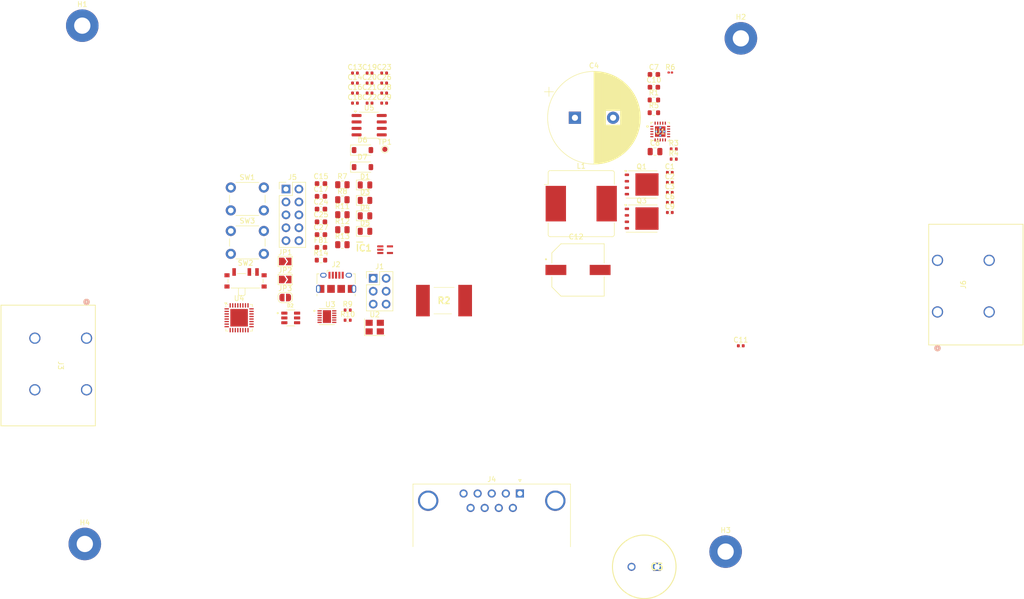
<source format=kicad_pcb>
(kicad_pcb (version 20240108) (generator "pcbnew") (generator_version "8.0")
  (layers (0 "F.Cu" signal) (31 "B.Cu" signal) (34 "B.Paste" user) (35 "F.Paste" user) (36 "B.SilkS" user "B.Silkscreen") (37 "F.SilkS" user "F.Silkscreen") (38 "B.Mask" user) (39 "F.Mask" user) (44 "Edge.Cuts" user))
  (net 0 "")
  (net 1 "Net-(U1-HB)")
  (net 2 "Net-(Q1-D)")
  (net 3 "GNDREF")
  (net 4 "Net-(U1-MODE)")
  (net 5 "Net-(U1-VOUT_SENSE)")
  (net 6 "Net-(U1-VREF_RANGE)")
  (net 7 "GND")
  (net 8 "Net-(U1-SS)")
  (net 9 "Net-(U1-COMP)")
  (net 10 "Net-(C9-Pad1)")
  (net 11 "Net-(U1-BIAS)")
  (net 12 "+3V3")
  (net 13 "/MCU/NRST")
  (net 14 "Net-(JP1-B)")
  (net 15 "Net-(C21-Pad2)")
  (net 16 "Net-(C22-Pad2)")
  (net 17 "VBUS_UP")
  (net 18 "+3.3VA")
  (net 19 "/MCU/GPIO1")
  (net 20 "+5V")
  (net 21 "Net-(D1-K)")
  (net 22 "Net-(J2-D+)")
  (net 23 "Net-(J2-D-)")
  (net 24 "Net-(D3-A)")
  (net 25 "Net-(D4-A)")
  (net 26 "Net-(D5-A)")
  (net 31 "/MCU/DEBUG_SWDIO")
  (net 32 "/MCU/DEBUG_SWCLK")
  (net 33 "/MCU/DEBUG_SWO")
  (net 40 "/MCU/CAN_L")
  (net 41 "Net-(JP3-A)")
  (net 46 "/MCU/CAN_H")
  (net 51 "Net-(U1-CSN)")
  (net 52 "Net-(Q1-G)")
  (net 53 "Net-(Q3-G)")
  (net 54 "Net-(U1-PGOOD)")
  (net 55 "Net-(U1-TRK)")
  (net 56 "Net-(U1-RT)")
  (net 57 "/MCU/BOOT0")
  (net 58 "Net-(SW2-B)")
  (net 59 "Net-(U3-CBUS0)")
  (net 60 "Net-(U3-USBDP)")
  (net 61 "Net-(U3-USBDM)")
  (net 62 "/MCU/GPLED1")
  (net 63 "/MCU/GPLED2")
  (net 64 "/MCU/GPLED3")
  (net 65 "Net-(U4-PA8)")
  (net 66 "/MCU/XCLK")
  (net 69 "/MCU/UART_RX")
  (net 70 "/MCU/UART_TX")
  (net 74 "/MCU/CAN_TX")
  (net 75 "/MCU/ADC_12V_Voltage_Out")
  (net 76 "/MCU/12V_Current_Out")
  (net 77 "/MCU/CAN_RX")
  (net 78 "/MCU/12V_Current_Buck")
  (net 79 "/MCU/CAN_STBY")
  (net 80 "/MCU/Battery_Curr")
  (net 84 "/MCU/ADC_Battery_Voltage")
  (footprint "Capacitor_SMD:C_0402_1005Metric" (layer "F.Cu") (at 165.025 77.855)
    (property "Reference" "C2" (at 0 -1.16 0) (layer "F.SilkS"))
    (property "Value" "4u7")
    (pad "1" smd roundrect (at -0.48 0) (size 0.56 0.62) (layers "F.Cu" "F.Paste" "F.Mask") (net 4 "Net-(U1-MODE)"))
    (pad "2" smd roundrect (at 0.48 0) (size 0.56 0.62) (layers "F.Cu" "F.Paste" "F.Mask") (net 3 "GNDREF"))
  )
  (footprint "Capacitor_SMD:C_0603_1608Metric" (layer "F.Cu") (at 96.435 80.595)
    (property "Reference" "C17" (at 0 -1.43 0) (layer "F.SilkS"))
    (property "Value" "4u7")
    (pad "1" smd roundrect (at -0.775 0) (size 0.9 0.95) (layers "F.Cu" "F.Paste" "F.Mask") (net 14 "Net-(JP1-B)"))
    (pad "2" smd roundrect (at 0.775 0) (size 0.9 0.95) (layers "F.Cu" "F.Paste" "F.Mask") (net 7 "GND"))
  )
  (footprint "Button_Switch_THT:SW_PUSH_6mm_H5mm" (layer "F.Cu") (at 78.705 87.405)
    (property "Reference" "SW3" (at 3.25 -2 0) (layer "F.SilkS"))
    (property "Value" "GPBTN")
    (pad "1" thru_hole circle (at 0 0 90) (size 2 2) (drill 1.1) (layers "*.Cu" "*.Mask") (net 7 "GND"))
    (pad "1" thru_hole circle (at 6.5 0 90) (size 2 2) (drill 1.1) (layers "*.Cu" "*.Mask") (net 7 "GND"))
    (pad "2" thru_hole circle (at 0 4.5 90) (size 2 2) (drill 1.1) (layers "*.Cu" "*.Mask") (net 19 "/MCU/GPIO1"))
    (pad "2" thru_hole circle (at 6.5 4.5 90) (size 2 2) (drill 1.1) (layers "*.Cu" "*.Mask") (net 19 "/MCU/GPIO1"))
  )
  (footprint "Capacitor_SMD:C_0402_1005Metric" (layer "F.Cu") (at 165.025 81.795)
    (property "Reference" "C6" (at 0 -1.16 0) (layer "F.SilkS"))
    (property "Value" "470p")
    (pad "1" smd roundrect (at -0.48 0) (size 0.56 0.62) (layers "F.Cu" "F.Paste" "F.Mask") (net 6 "Net-(U1-VREF_RANGE)"))
    (pad "2" smd roundrect (at 0.48 0) (size 0.56 0.62) (layers "F.Cu" "F.Paste" "F.Mask") (net 7 "GND"))
  )
  (footprint "Capacitor_SMD:C_0402_1005Metric" (layer "F.Cu") (at 105.985 56.335)
    (property "Reference" "C19" (at 0 -1.16 0) (layer "F.SilkS"))
    (property "Value" "100n")
    (pad "1" smd roundrect (at -0.48 0) (size 0.56 0.62) (layers "F.Cu" "F.Paste" "F.Mask") (net 12 "+3V3"))
    (pad "2" smd roundrect (at 0.48 0) (size 0.56 0.62) (layers "F.Cu" "F.Paste" "F.Mask") (net 7 "GND"))
  )
  (footprint "Capacitor_SMD:C_0402_1005Metric" (layer "F.Cu") (at 103.115 56.335)
    (property "Reference" "C13" (at 0 -1.16 0) (layer "F.SilkS"))
    (property "Value" "100n")
    (pad "1" smd roundrect (at -0.48 0) (size 0.56 0.62) (layers "F.Cu" "F.Paste" "F.Mask") (net 12 "+3V3"))
    (pad "2" smd roundrect (at 0.48 0) (size 0.56 0.62) (layers "F.Cu" "F.Paste" "F.Mask") (net 7 "GND"))
  )
  (footprint "Capacitor_SMD:C_0402_1005Metric" (layer "F.Cu") (at 103.115 60.275)
    (property "Reference" "C16" (at 0 -1.16 0) (layer "F.SilkS"))
    (property "Value" "100n")
    (pad "1" smd roundrect (at -0.48 0) (size 0.56 0.62) (layers "F.Cu" "F.Paste" "F.Mask") (net 12 "+3V3"))
    (pad "2" smd roundrect (at 0.48 0) (size 0.56 0.62) (layers "F.Cu" "F.Paste" "F.Mask") (net 7 "GND"))
  )
  (footprint "MountingHole:MountingHole_3.2mm_M3_Pad" (layer "F.Cu") (at 50 149)
    (property "Reference" "H4" (at 0 -4.2 0) (layer "F.SilkS"))
    (property "Value" "MountingHole_Pad")
    (pad "1" thru_hole circle (at 0 0) (size 6.4 6.4) (drill 3.2) (layers "*.Cu" "*.Mask"))
  )
  (footprint "Capacitor_SMD:C_0402_1005Metric" (layer "F.Cu") (at 165.025 79.825)
    (property "Reference" "C3" (at 0 -1.16 0) (layer "F.SilkS"))
    (property "Value" "100n")
    (pad "1" smd roundrect (at -0.48 0) (size 0.56 0.62) (layers "F.Cu" "F.Paste" "F.Mask") (net 5 "Net-(U1-VOUT_SENSE)"))
    (pad "2" smd roundrect (at 0.48 0) (size 0.56 0.62) (layers "F.Cu" "F.Paste" "F.Mask") (net 3 "GNDREF"))
  )
  (footprint "Connector_USB:USB_Micro-B_Amphenol_10118194_Horizontal" (layer "F.Cu") (at 99.405 97.505)
    (property "Reference" "J2" (at 0 -3.5 0) (layer "F.SilkS"))
    (property "Value" "USB_B_Micro")
    (pad "1" smd rect (at -1.3 -1.4) (size 0.4 1.35) (layers "F.Cu" "F.Paste" "F.Mask") (net 17 "VBUS_UP"))
    (pad "2" smd rect (at -0.65 -1.4) (size 0.4 1.35) (layers "F.Cu" "F.Paste" "F.Mask") (net 23 "Net-(J2-D-)"))
    (pad "3" smd rect (at 0 -1.4) (size 0.4 1.35) (layers "F.Cu" "F.Paste" "F.Mask") (net 22 "Net-(J2-D+)"))
    (pad "4" smd rect (at 0.65 -1.4) (size 0.4 1.35) (layers "F.Cu" "F.Paste" "F.Mask"))
    (pad "5" smd rect (at 1.3 -1.4) (size 0.4 1.35) (layers "F.Cu" "F.Paste" "F.Mask") (net 7 "GND"))
    (pad "6" thru_hole oval (at -3.5 1.3) (size 0.89 1.55) (drill oval 0.5 1.15) (layers "*.Cu" "*.Mask") (net 7 "GND"))
    (pad "6" smd rect (at -2.9 1.3) (size 1.2 1.55) (layers "F.Cu" "F.Paste" "F.Mask") (net 7 "GND"))
    (pad "6" thru_hole oval (at -2.5 -1.4) (size 1.25 0.95) (drill oval 0.85 0.55) (layers "*.Cu" "*.Mask") (net 7 "GND"))
    (pad "6" smd rect (at -1 1.3) (size 1.5 1.55) (layers "F.Cu" "F.Paste" "F.Mask") (net 7 "GND"))
    (pad "6" smd rect (at 1 1.3) (size 1.5 1.55) (layers "F.Cu" "F.Paste" "F.Mask") (net 7 "GND"))
    (pad "6" thru_hole oval (at 2.5 -1.4) (size 1.25 0.95) (drill oval 0.85 0.55) (layers "*.Cu" "*.Mask") (net 7 "GND"))
    (pad "6" smd rect (at 2.9 1.3) (size 1.2 1.55) (layers "F.Cu" "F.Paste" "F.Mask") (net 7 "GND"))
    (pad "6" thru_hole oval (at 3.5 1.3) (size 0.89 1.55) (drill oval 0.5 1.15) (layers "*.Cu" "*.Mask") (net 7 "GND"))
  )
  (footprint "Connector_PinHeader_2.54mm:PinHeader_2x05_P2.54mm_Vertical" (layer "F.Cu") (at 89.555 79.155)
    (property "Reference" "J5" (at 1.27 -2.33 0) (layer "F.SilkS"))
    (property "Value" "GPIO")
    (pad "1" thru_hole rect (at 0 0) (size 1.7 1.7) (drill 1) (layers "*.Cu" "*.Mask"))
    (pad "2" thru_hole oval (at 2.54 0) (size 1.7 1.7) (drill 1) (layers "*.Cu" "*.Mask") (net 32 "/MCU/DEBUG_SWCLK"))
    (pad "3" thru_hole oval (at 0 2.54) (size 1.7 1.7) (drill 1) (layers "*.Cu" "*.Mask"))
    (pad "4" thru_hole oval (at 2.54 2.54) (size 1.7 1.7) (drill 1) (layers "*.Cu" "*.Mask") (net 31 "/MCU/DEBUG_SWDIO"))
    (pad "5" thru_hole oval (at 0 5.08) (size 1.7 1.7) (drill 1) (layers "*.Cu" "*.Mask") (net 7 "GND"))
    (pad "6" thru_hole oval (at 2.54 5.08) (size 1.7 1.7) (drill 1) (layers "*.Cu" "*.Mask") (net 7 "GND"))
    (pad "7" thru_hole oval (at 0 7.62) (size 1.7 1.7) (drill 1) (layers "*.Cu" "*.Mask") (net 12 "+3V3"))
    (pad "8" thru_hole oval (at 2.54 7.62) (size 1.7 1.7) (drill 1) (layers "*.Cu" "*.Mask") (net 12 "+3V3"))
    (pad "9" thru_hole oval (at 0 10.16) (size 1.7 1.7) (drill 1) (layers "*.Cu" "*.Mask") (net 20 "+5V"))
    (pad "10" thru_hole oval (at 2.54 10.16) (size 1.7 1.7) (drill 1) (layers "*.Cu" "*.Mask") (net 20 "+5V"))
  )
  (footprint "Capacitor_SMD:C_0402_1005Metric" (layer "F.Cu") (at 108.855 62.245)
    (property "Reference" "C29" (at 0 -1.16 0) (layer "F.SilkS"))
    (property "Value" "100n")
    (pad "1" smd roundrect (at -0.48 0) (size 0.56 0.62) (layers "F.Cu" "F.Paste" "F.Mask") (net 7 "GND"))
    (pad "2" smd roundrect (at 0.48 0) (size 0.56 0.62) (layers "F.Cu" "F.Paste" "F.Mask") (net 12 "+3V3"))
  )
  (footprint "LED_SMD:LED_0805_2012Metric" (layer "F.Cu") (at 105.095 81.39)
    (property "Reference" "D3" (at 0 -1.65 0) (layer "F.SilkS"))
    (property "Value" "AMBER")
    (pad "1" smd roundrect (at -0.9375 0) (size 0.975 1.4) (layers "F.Cu" "F.Paste" "F.Mask") (net 7 "GND"))
    (pad "2" smd roundrect (at 0.9375 0) (size 0.975 1.4) (layers "F.Cu" "F.Paste" "F.Mask") (net 24 "Net-(D3-A)"))
  )
  (footprint "Connector_PinHeader_2.54mm:PinHeader_2x03_P2.54mm_Vertical" (layer "F.Cu") (at 106.705 96.725)
    (property "Reference" "J1" (at 1.27 -2.33 0) (layer "F.SilkS"))
    (property "Value" "Conn_01x06_Pin")
    (pad "1" thru_hole rect (at 0 0) (size 1.7 1.7) (drill 1) (layers "*.Cu" "*.Mask"))
    (pad "2" thru_hole oval (at 2.54 0) (size 1.7 1.7) (drill 1) (layers "*.Cu" "*.Mask"))
    (pad "3" thru_hole oval (at 0 2.54) (size 1.7 1.7) (drill 1) (layers "*.Cu" "*.Mask"))
    (pad "4" thru_hole oval (at 2.54 2.54) (size 1.7 1.7) (drill 1) (layers "*.Cu" "*.Mask"))
    (pad "5" thru_hole oval (at 0 5.08) (size 1.7 1.7) (drill 1) (layers "*.Cu" "*.Mask"))
    (pad "6" thru_hole oval (at 2.54 5.08) (size 1.7 1.7) (drill 1) (layers "*.Cu" "*.Mask") (net 19 "/MCU/GPIO1"))
  )
  (footprint "Resistor_SMD:R_0805_2012Metric" (layer "F.Cu") (at 100.645 81.255)
    (property "Reference" "R8" (at 0 -1.65 0) (layer "F.SilkS"))
    (property "Value" "220R")
    (pad "1" smd roundrect (at -0.9125 0) (size 1.025 1.4) (layers "F.Cu" "F.Paste" "F.Mask") (roundrect_rratio 0.243902) (net 59 "Net-(U3-CBUS0)"))
    (pad "2" smd roundrect (at 0.9125 0) (size 1.025 1.4) (layers "F.Cu" "F.Paste" "F.Mask") (roundrect_rratio 0.243902) (net 21 "Net-(D1-K)"))
  )
  (footprint "Capacitor_THT:CP_Radial_D18.0mm_P7.50mm" (layer "F.Cu") (at 146.36944 65.125)
    (property "Reference" "C4" (at 3.75 -10.25 0) (layer "F.SilkS"))
    (property "Value" "2m3")
    (pad "1" thru_hole rect (at 0 0) (size 2.4 2.4) (drill 1.2) (layers "*.Cu" "*.Mask") (net 5 "Net-(U1-VOUT_SENSE)"))
    (pad "2" thru_hole circle (at 7.5 0) (size 2.4 2.4) (drill 1.2) (layers "*.Cu" "*.Mask") (net 3 "GNDREF"))
  )
  (footprint "Package_DFN_QFN:QFN-32-1EP_5x5mm_P0.5mm_EP3.45x3.45mm" (layer "F.Cu") (at 80.335 104.485)
    (property "Reference" "U4" (at 0 -3.83 0) (layer "F.SilkS"))
    (property "Value" "STM32L432KCUx")
    (pad "1" smd roundrect (at -2.4375 -1.75) (size 0.875 0.25) (layers "F.Cu" "F.Paste" "F.Mask") (net 12 "+3V3"))
    (pad "2" smd roundrect (at -2.4375 -1.25) (size 0.875 0.25) (layers "F.Cu" "F.Paste" "F.Mask") (net 19 "/MCU/GPIO1"))
    (pad "3" smd roundrect (at -2.4375 -0.75) (size 0.875 0.25) (layers "F.Cu" "F.Paste" "F.Mask"))
    (pad "4" smd roundrect (at -2.4375 -0.25) (size 0.875 0.25) (layers "F.Cu" "F.Paste" "F.Mask") (net 13 "/MCU/NRST"))
    (pad "5" smd roundrect (at -2.4375 0.25) (size 0.875 0.25) (layers "F.Cu" "F.Paste" "F.Mask") (net 18 "+3.3VA"))
    (pad "6" smd roundrect (at -2.4375 0.75) (size 0.875 0.25) (layers "F.Cu" "F.Paste" "F.Mask") (net 66 "/MCU/XCLK"))
    (pad "7" smd roundrect (at -2.4375 1.25) (size 0.875 0.25) (layers "F.Cu" "F.Paste" "F.Mask") (net 84 "/MCU/ADC_Battery_Voltage"))
    (pad "8" smd roundrect (at -2.4375 1.75) (size 0.875 0.25) (layers "F.Cu" "F.Paste" "F.Mask") (net 80 "/MCU/Battery_Curr"))
    (pad "9" smd roundrect (at -1.75 2.4375) (size 0.25 0.875) (layers "F.Cu" "F.Paste" "F.Mask") (net 76 "/MCU/12V_Current_Out"))
    (pad "10" smd roundrect (at -1.25 2.4375) (size 0.25 0.875) (layers "F.Cu" "F.Paste" "F.Mask") (net 75 "/MCU/ADC_12V_Voltage_Out"))
    (pad "11" smd roundrect (at -0.75 2.4375) (size 0.25 0.875) (layers "F.Cu" "F.Paste" "F.Mask") (net 78 "/MCU/12V_Current_Buck"))
    (pad "12" smd roundrect (at -0.25 2.4375) (size 0.25 0.875) (layers "F.Cu" "F.Paste" "F.Mask"))
    (pad "13" smd roundrect (at 0.25 2.4375) (size 0.25 0.875) (layers "F.Cu" "F.Paste" "F.Mask"))
    (pad "14" smd roundrect (at 0.75 2.4375) (size 0.25 0.875) (layers "F.Cu" "F.Paste" "F.Mask"))
    (pad "15" smd roundrect (at 1.25 2.4375) (size 0.25 0.875) (layers "F.Cu" "F.Paste" "F.Mask"))
    (pad "16" smd roundrect (at 1.75 2.4375) (size 0.25 0.875) (layers "F.Cu" "F.Paste" "F.Mask") (net 7 "GND"))
    (pad "17" smd roundrect (at 2.4375 1.75) (size 0.875 0.25) (layers "F.Cu" "F.Paste" "F.Mask") (net 12 "+3V3"))
    (pad "18" smd roundrect (at 2.4375 1.25) (size 0.875 0.25) (layers "F.Cu" "F.Paste" "F.Mask") (net 65 "Net-(U4-PA8)"))
    (pad "19" smd roundrect (at 2.4375 0.75) (size 0.875 0.25) (layers "F.Cu" "F.Paste" "F.Mask"))
    (pad "20" smd roundrect (at 2.4375 0.25) (size 0.875 0.25) (layers "F.Cu" "F.Paste" "F.Mask"))
    (pad "21" smd roundrect (at 2.4375 -0.25) (size 0.875 0.25) (layers "F.Cu" "F.Paste" "F.Mask") (net 77 "/MCU/CAN_RX"))
    (pad "22" smd roundrect (at 2.4375 -0.75) (size 0.875 0.25) (layers "F.Cu" "F.Paste" "F.Mask") (net 74 "/MCU/CAN_TX"))
    (pad "23" smd roundrect (at 2.4375 -1.25) (size 0.875 0.25) (layers "F.Cu" "F.Paste" "F.Mask") (net 31 "/MCU/DEBUG_SWDIO"))
    (pad "24" smd roundrect (at 2.4375 -1.75) (size 0.875 0.25) (layers "F.Cu" "F.Paste" "F.Mask") (net 32 "/MCU/DEBUG_SWCLK"))
    (pad "25" smd roundrect (at 1.75 -2.4375) (size 0.25 0.875) (layers "F.Cu" "F.Paste" "F.Mask") (net 79 "/MCU/CAN_STBY"))
    (pad "26" smd roundrect (at 1.25 -2.4375) (size 0.25 0.875) (layers "F.Cu" "F.Paste" "F.Mask") (net 62 "/MCU/GPLED1"))
    (pad "27" smd roundrect (at 0.75 -2.4375) (size 0.25 0.875) (layers "F.Cu" "F.Paste" "F.Mask") (net 63 "/MCU/GPLED2"))
    (pad "28" smd roundrect (at 0.25 -2.4375) (size 0.25 0.875) (layers "F.Cu" "F.Paste" "F.Mask") (net 64 "/MCU/GPLED3"))
    (pad "29" smd roundrect (at -0.25 -2.4375) (size 0.25 0.875) (layers "F.Cu" "F.Paste" "F.Mask") (net 70 "/MCU/UART_TX"))
    (pad "30" smd roundrect (at -0.75 -2.4375) (size 0.25 0.875) (layers "F.Cu" "F.Paste" "F.Mask") (net 69 "/MCU/UART_RX"))
    (pad "31" smd roundrect (at -1.25 -2.4375) (size 0.25 0.875) (layers "F.Cu" "F.Paste" "F.Mask") (net 57 "/MCU/BOOT0"))
    (pad "32" smd roundrect (at -1.75 -2.4375) (size 0.25 0.875) (layers "F.Cu" "F.Paste" "F.Mask") (net 7 "GND"))
    (pad "33" smd rect (at 0 0) (size 3.45 3.45) (property pad_prop_heatsink) (layers "F.Cu" "F.Mask") (net 7 "GND"))
  )
  (footprint "ecocad_lib_footprints:SON45P300X300X80-13N" (layer "F.Cu") (at 97.605 104.255)
    (property "Reference" "U3" (at 0.675 -2.385 0) (layer "F.SilkS"))
    (property "Value" "FT234XD-R")
    (pad "1" smd roundrect (at -1.435 -1.125) (size 0.84 0.25) (layers "F.Cu" "F.Paste" "F.Mask") (roundrect_rratio 0.125) (net 61 "Net-(U3-USBDM)"))
    (pad "2" smd roundrect (at -1.435 -0.675) (size 0.84 0.25) (layers "F.Cu" "F.Paste" "F.Mask") (roundrect_rratio 0.125))
    (pad "3" smd roundrect (at -1.435 -0.225) (size 0.84 0.25) (layers "F.Cu" "F.Paste" "F.Mask") (roundrect_rratio 0.125))
    (pad "4" smd roundrect (at -1.435 0.225) (size 0.84 0.25) (layers "F.Cu" "F.Paste" "F.Mask") (roundrect_rratio 0.125) (net 14 "Net-(JP1-B)"))
    (pad "5" smd roundrect (at -1.435 0.675) (size 0.84 0.25) (layers "F.Cu" "F.Paste" "F.Mask") (roundrect_rratio 0.125) (net 7 "GND"))
    (pad "6" smd roundrect (at -1.435 1.125) (size 0.84 0.25) (layers "F.Cu" "F.Paste" "F.Mask") (roundrect_rratio 0.125) (net 59 "Net-(U3-CBUS0)"))
    (pad "7" smd roundrect (at 1.435 1.125) (size 0.84 0.25) (layers "F.Cu" "F.Paste" "F.Mask") (roundrect_rratio 0.125) (net 69 "/MCU/UART_RX"))
    (pad "8" smd roundrect (at 1.435 0.675) (size 0.84 0.25) (layers "F.Cu" "F.Paste" "F.Mask") (roundrect_rratio 0.125))
    (pad "9" smd roundrect (at 1.435 0.225) (size 0.84 0.25) (layers "F.Cu" "F.Paste" "F.Mask") (roundrect_rratio 0.125) (net 12 "+3V3"))
    (pad "10" smd roundrect (at 1.435 -0.225) (size 0.84 0.25) (layers "F.Cu" "F.Paste" "F.Mask") (roundrect_rratio 0.125) (net 70 "/MCU/UART_TX"))
    (pad "11" smd roundrect (at 1.435 -0.675) (size 0.84 0.25) (layers "F.Cu" "F.Paste" "F.Mask") (roundrect_rratio 0.125))
    (pad "12" smd roundrect (at 1.435 -1.125) (size 0.84 0.25) (layers "F.Cu" "F.Paste" "F.Mask") (roundrect_rratio 0.125) (net 60 "Net-(U3-USBDP)"))
    (pad "13" smd rect (at 0 0) (size 1.6 2.5) (layers "F.Cu" "F.Mask") (net 7 "GND"))
  )
  (footprint "Resistor_SMD:R_0805_2012Metric" (layer "F.Cu") (at 100.645 90.105)
    (property "Reference" "R13" (at 0 -1.65 0) (layer "F.SilkS"))
    (property "Value" "400R")
    (pad "1" smd roundrect (at -0.9125 0) (size 1.025 1.4) (layers "F.Cu" "F.Paste" "F.Mask") (roundrect_rratio 0.243902) (net 26 "Net-(D5-A)"))
    (pad "2" smd roundrect (at 0.9125 0) (size 1.025 1.4) (layers "F.Cu" "F.Paste" "F.Mask") (roundrect_rratio 0.243902) (net 64 "/MCU/GPLED3"))
  )
  (footprint "ecocad_lib_footprints:RGR0020C-MFG" (layer "F.Cu") (at 163.140001 67.839998)
    (property "Reference" "U1" (at 0 0 0) (layer "F.SilkS"))
    (property "Value" "LM51231QRGRRQ1")
    (pad "1" smd rect (at -1.649999 -1.000001) (size 0.599999 0.24) (layers "F.Cu" "F.Paste" "F.Mask") (net 11 "Net-(U1-BIAS)"))
    (pad "2" smd rect (at -1.649999 -0.499999) (size 0.599999 0.24) (layers "F.Cu" "F.Paste" "F.Mask") (net 51 "Net-(U1-CSN)"))
    (pad "3" smd rect (at -1.649999 0) (size 0.599999 0.24) (layers "F.Cu" "F.Paste" "F.Mask") (net 5 "Net-(U1-VOUT_SENSE)"))
    (pad "4" smd rect (at -1.649999 0.499999) (size 0.599999 0.24) (layers "F.Cu" "F.Paste" "F.Mask") (net 54 "Net-(U1-PGOOD)"))
    (pad "5" smd rect (at -1.649999 1.000001) (size 0.599999 0.24) (layers "F.Cu" "F.Paste" "F.Mask") (net 53 "Net-(Q3-G)"))
    (pad "6" smd rect (at -1.000001 1.649999 90) (size 0.599999 0.24) (layers "F.Cu" "F.Paste" "F.Mask") (net 2 "Net-(Q1-D)"))
    (pad "7" smd rect (at -0.499999 1.649999 90) (size 0.599999 0.24) (layers "F.Cu" "F.Paste" "F.Mask") (net 1 "Net-(U1-HB)"))
    (pad "8" smd rect (at 0 1.649999 90) (size 0.599999 0.24) (layers "F.Cu" "F.Paste" "F.Mask") (net 11 "Net-(U1-BIAS)"))
    (pad "9" smd rect (at 0.499999 1.649999 90) (size 0.599999 0.24) (layers "F.Cu" "F.Paste" "F.Mask") (net 4 "Net-(U1-MODE)"))
    (pad "10" smd rect (at 1.000001 1.649999 90) (size 0.599999 0.24) (layers "F.Cu" "F.Paste" "F.Mask") (net 3 "GNDREF"))
    (pad "11" smd rect (at 1.649999 1.000001) (size 0.599999 0.24) (layers "F.Cu" "F.Paste" "F.Mask") (net 52 "Net-(Q1-G)"))
    (pad "12" smd rect (at 1.649999 0.499999) (size 0.599999 0.24) (layers "F.Cu" "F.Paste" "F.Mask") (net 4 "Net-(U1-MODE)"))
    (pad "13" smd rect (at 1.649999 0) (size 0.599999 0.24) (layers "F.Cu" "F.Paste" "F.Mask") (net 11 "Net-(U1-BIAS)"))
    (pad "14" smd rect (at 1.649999 -0.499999) (size 0.599999 0.24) (layers "F.Cu" "F.Paste" "F.Mask") (net 7 "GND"))
    (pad "15" smd rect (at 1.649999 -1.000001) (size 0.599999 0.24) (layers "F.Cu" "F.Paste" "F.Mask") (net 56 "Net-(U1-RT)"))
    (pad "16" smd rect (at 1.000001 -1.649999 90) (size 0.599999 0.24) (layers "F.Cu" "F.Paste" "F.Mask") (net 6 "Net-(U1-VREF_RANGE)"))
    (pad "17" smd rect (at 0.499999 -1.649999 90) (size 0.599999 0.24) (layers "F.Cu" "F.Paste" "F.Mask") (net 8 "Net-(U1-SS)"))
    (pad "18" smd rect (at 0 -1.649999 90) (size 0.599999 0.24) (layers "F.Cu" "F.Paste" "F.Mask") (net 55 "Net-(U1-TRK)"))
    (pad "19" smd rect (at -0.499999 -1.649999 90) (size 0.599999 0.24) (layers "F.Cu" "F.Paste" "F.Mask") (net 7 "GND"))
    (pad "20" smd rect (at -1.000001 -1.649999 90) (size 0.599999 0.24) (layers "F.Cu" "F.Paste" "F.Mask") (net 9 "Net-(U1-COMP)"))
    (pad "21" smd rect (at 0 0) (size 2.049999 2.049999) (layers "F.Cu" "F.Mask") (net 3 "GNDREF"))
    (pad "22" thru_hole circle (at -0.775 0) (size 0.499999 0.499999) (drill 0.2032) (layers "*.Cu" "*.Mask"))
    (pad "23" thru_hole circle (at 0.0254 0) (size 0.499999 0.499999) (drill 0.2032) (layers "*.Cu" "*.Mask"))
    (pad "24" thru_hole circle (at 0.775 0) (size 0.499999 0.499999) (drill 0.2032) (layers "*.Cu" "*.Mask"))
    (pad "25" thru_hole circle (at 0 0.775) (size 0.499999 0.499999) (drill 0.2032) (layers "*.Cu" "*.Mask"))
    (pad "26" thru_hole circle (at 0 -0.775) (size 0.499999 0.499999) (drill 0.2032) (layers "*.Cu" "*.Mask"))
  )
  (footprint "Capacitor_SMD:C_0603_1608Metric" (layer "F.Cu") (at 161.895 59.115)
    (property "Reference" "C10" (at 0 -1.43 0) (layer "F.SilkS"))
    (property "Value" "1u")
    (pad "1" smd roundrect (at -0.775 0) (size 0.9 0.95) (layers "F.Cu" "F.Paste" "F.Mask") (net 11 "Net-(U1-BIAS)"))
    (pad "2" smd roundrect (at 0.775 0) (size 0.9 0.95) (layers "F.Cu" "F.Paste" "F.Mask") (net 3 "GNDREF"))
  )
  (footprint "Jumper:SolderJumper-2_P1.3mm_Open_TrianglePad1.0x1.5mm" (layer "F.Cu") (at 89.405 96.955)
    (property "Reference" "JP2" (at 0 -1.8 0) (layer "F.SilkS"))
    (property "Value" "POWER SEL")
    (pad "1" smd custom (at -0.725 0) (size 0.3 0.3) (layers "F.Cu" "F.Mask") (net 20 "+5V") (options (clearance outline) (anchor rect)) (primitives (gr_poly (pts (xy 1 0) (xy 0.5 0.75) (xy -0.5 0.75) (xy -0.5 -0.75) (xy 0.5 -0.75)) (width 0) (fill yes))))
    (pad "2" smd custom (at 0.725 0) (size 0.3 0.3) (layers "F.Cu" "F.Mask") (net 14 "Net-(JP1-B)") (options (clearance outline) (anchor rect)) (primitives (gr_poly (pts (xy 0.5 0.75) (xy -0.65 0.75) (xy -0.15 0) (xy -0.65 -0.75) (xy 0.5 -0.75)) (width 0) (fill yes))))
  )
  (footprint "ecocad_lib_footprints:CSS2H3920RL700F" (layer "F.Cu") (at 120.63 101.11)
    (property "Reference" "R2" (at 0 0 0) (layer "F.SilkS") (effects (font (size 1.27 1.27) (thickness 0.254))))
    (property "Value" "722u31" (hide yes))
    (pad "1" smd rect (at -4.15 0) (size 2.7 6.2) (layers "F.Cu" "F.Paste" "F.Mask") (net 11 "Net-(U1-BIAS)"))
    (pad "2" smd rect (at 4.15 0) (size 2.7 6.2) (layers "F.Cu" "F.Paste" "F.Mask") (net 51 "Net-(U1-CSN)"))
  )
  (footprint "Resistor_SMD:R_0402_1005Metric" (layer "F.Cu") (at 165.795 73.265)
    (property "Reference" "R4" (at 0 -1.17 0) (layer "F.SilkS"))
    (property "Value" "28k")
    (pad "1" smd roundrect (at -0.51 0) (size 0.54 0.64) (layers "F.Cu" "F.Paste" "F.Mask") (net 55 "Net-(U1-TRK)"))
    (pad "2" smd roundrect (at 0.51 0) (size 0.54 0.64) (layers "F.Cu" "F.Paste" "F.Mask") (net 7 "GND"))
  )
  (footprint "Capacitor_SMD:C_0402_1005Metric" (layer "F.Cu") (at 105.985 62.245)
    (property "Reference" "C22" (at 0 -1.16 0) (layer "F.SilkS"))
    (property "Value" "47p")
    (pad "1" smd roundrect (at -0.48 0) (size 0.56 0.62) (layers "F.Cu" "F.Paste" "F.Mask") (net 7 "GND"))
    (pad "2" smd roundrect (at 0.48 0) (size 0.56 0.62) (layers "F.Cu" "F.Paste" "F.Mask") (net 16 "Net-(C22-Pad2)"))
  )
  (footprint "Resistor_SMD:R_0402_1005Metric" (layer "F.Cu") (at 165.795 71.275)
    (property "Reference" "R3" (at 0 -1.17 0) (layer "F.SilkS"))
    (property "Value" "6k98")
    (pad "1" smd roundrect (at -0.51 0) (size 0.54 0.64) (layers "F.Cu" "F.Paste" "F.Mask") (net 6 "Net-(U1-VREF_RANGE)"))
    (pad "2" smd roundrect (at 0.51 0) (size 0.54 0.64) (layers "F.Cu" "F.Paste" "F.Mask") (net 55 "Net-(U1-TRK)"))
  )
  (footprint "Connector_Dsub:DSUB-9_Female_Horizontal_P2.77x2.84mm_EdgePinOffset7.70mm_Housed_MountingHolesOffset9.12mm" (layer "F.Cu") (at 135.55 139.069669)
    (property "Reference" "J4" (at -5.54 -2.8 0) (layer "F.SilkS"))
    (property "Value" "DE9_Receptacle_MountingHoles")
    (pad "0" thru_hole circle (at -18.04 1.42) (size 4 4) (drill 3.2) (layers "*.Cu" "*.Mask") (net 7 "GND"))
    (pad "0" thru_hole circle (at 6.96 1.42) (size 4 4) (drill 3.2) (layers "*.Cu" "*.Mask") (net 7 "GND"))
    (pad "1" thru_hole rect (at 0 0) (size 1.6 1.6) (drill 1) (layers "*.Cu" "*.Mask"))
    (pad "2" thru_hole circle (at -2.77 0) (size 1.6 1.6) (drill 1) (layers "*.Cu" "*.Mask") (net 40 "/MCU/CAN_L"))
    (pad "3" thru_hole circle (at -5.54 0) (size 1.6 1.6) (drill 1) (layers "*.Cu" "*.Mask"))
    (pad "4" thru_hole circle (at -8.31 0) (size 1.6 1.6) (drill 1) (layers "*.Cu" "*.Mask"))
    (pad "5" thru_hole circle (at -11.08 0) (size 1.6 1.6) (drill 1) (layers "*.Cu" "*.Mask") (net 41 "Net-(JP3-A)"))
    (pad "6" thru_hole circle (at -1.385 2.84) (size 1.6 1.6) (drill 1) (layers "*.Cu" "*.Mask"))
    (pad "7" thru_hole circle (at -4.155 2.84) (size 1.6 1.6) (drill 1) (layers "*.Cu" "*.Mask") (net 46 "/MCU/CAN_H"))
    (pad "8" thru_hole circle (at -6.925 2.84) (size 1.6 1.6) (drill 1) (layers "*.Cu" "*.Mask"))
    (pad "9" thru_hole circle (at -9.695 2.84) (size 1.6 1.6) (drill 1) (layers "*.Cu" "*.Mask"))
  )
  (footprint "ecocad_lib_footprints:CONN_VP0265x4xxxxG_AMP" (layer "F.Cu") (at 217.66 103.34 90)
    (property "Reference" "J6" (at 5.38 5.08 90) (layer "F.SilkS"))
    (property "Value" "Phnx_8AWG")
    (pad "1" thru_hole circle (at 0 0 90) (size 2.2098 2.2098) (drill 1.7018) (layers "*.Cu" "*.Mask") (net 11 "Net-(U1-BIAS)"))
    (pad "2" thru_hole circle (at 0 10.16 90) (size 2.2098 2.2098) (drill 1.7018) (layers "*.Cu" "*.Mask") (net 11 "Net-(U1-BIAS)"))
    (pad "3" thru_hole circle (at 10.16 0 90) (size 2.2098 2.2098) (drill 1.7018) (layers "*.Cu" "*.Mask") (net 3 "GNDREF"))
    (pad "4" thru_hole circle (at 10.16 10.16 90) (size 2.2098 2.2098) (drill 1.7018) (layers "*.Cu" "*.Mask") (net 3 "GNDREF"))
  )
  (footprint "Resistor_SMD:R_0603_1608Metric" (layer "F.Cu") (at 161.895 61.625)
    (property "Reference" "R1" (at 0 -1.43 0) (layer "F.SilkS"))
    (property "Value" "100k")
    (pad "1" smd roundrect (at -0.825 0) (size 0.8 0.95) (layers "F.Cu" "F.Paste" "F.Mask") (net 4 "Net-(U1-MODE)"))
    (pad "2" smd roundrect (at 0.825 0) (size 0.8 0.95) (layers "F.Cu" "F.Paste" "F.Mask") (net 54 "Net-(U1-PGOOD)"))
  )
  (footprint "Resistor_SMD:R_0402_1005Metric" (layer "F.Cu") (at 101.685 102.975)
    (property "Reference" "R9" (at 0 -1.17 0) (layer "F.SilkS"))
    (property "Value" "27R")
    (pad "1" smd roundrect (at -0.51 0) (size 0.54 0.64) (layers "F.Cu" "F.Paste" "F.Mask") (net 60 "Net-(U3-USBDP)"))
    (pad "2" smd roundrect (at 0.51 0) (size 0.54 0.64) (layers "F.Cu" "F.Paste" "F.Mask") (net 15 "Net-(C21-Pad2)"))
  )
  (footprint "Crystal:Crystal_SMD_3225-4Pin_3.2x2.5mm" (layer "F.Cu") (at 107.005 106.325)
    (property "Reference" "U2" (at 0 -2.45 0) (layer "F.SilkS"))
    (property "Value" "8MHz")
    (pad "1" smd rect (at -1.1 0.85) (size 1.4 1.2) (layers "F.Cu" "F.Paste" "F.Mask") (net 12 "+3V3"))
    (pad "2" smd rect (at 1.1 0.85) (size 1.4 1.2) (layers "F.Cu" "F.Paste" "F.Mask") (net 7 "GND"))
    (pad "3" smd rect (at 1.1 -0.85) (size 1.4 1.2) (layers "F.Cu" "F.Paste" "F.Mask") (net 66 "/MCU/XCLK"))
    (pad "4" smd rect (at -1.1 -0.85) (size 1.4 1.2) (layers "F.Cu" "F.Paste" "F.Mask") (net 12 "+3V3"))
  )
  (footprint "Jumper:SolderJumper-2_P1.3mm_Open_TrianglePad1.0x1.5mm" (layer "F.Cu") (at 89.405 93.405)
    (property "Reference" "JP1" (at 0 -1.8 0) (layer "F.SilkS"))
    (property "Value" "POWER SEL")
    (pad "1" smd custom (at -0.725 0) (size 0.3 0.3) (layers "F.Cu" "F.Mask") (net 17 "VBUS_UP") (options (clearance outline) (anchor rect)) (primitives (gr_poly (pts (xy 1 0) (xy 0.5 0.75) (xy -0.5 0.75) (xy -0.5 -0.75) (xy 0.5 -0.75)) (width 0) (fill yes))))
    (pad "2" smd custom (at 0.725 0) (size 0.3 0.3) (layers "F.Cu" "F.Mask") (net 14 "Net-(JP1-B)") (options (clearance outline) (anchor rect)) (primitives (gr_poly (pts (xy 0.5 0.75) (xy -0.65 0.75) (xy -0.15 0) (xy -0.65 -0.75) (xy 0.5 -0.75)) (width 0) (fill yes))))
  )
  (footprint "ecocad_lib_footprints:CAP_EEE1HA221P" (layer "F.Cu") (at 146.975 95.075)
    (property "Reference" "C12" (at -0.375 -6.535 0) (layer "F.SilkS"))
    (property "Value" "201u5")
    (pad "1" smd rect (at -4.35 0) (size 4.1 2) (layers "F.Cu" "F.Paste" "F.Mask") (net 11 "Net-(U1-BIAS)"))
    (pad "2" smd rect (at 4.35 0) (size 4.1 2) (layers "F.Cu" "F.Paste" "F.Mask") (net 3 "GNDREF"))
  )
  (footprint "Capacitor_SMD:C_0402_1005Metric" (layer "F.Cu") (at 103.115 62.245)
    (property "Reference" "C18" (at 0 -1.16 0) (layer "F.SilkS"))
    (property "Value" "100n")
    (pad "1" smd roundrect (at -0.48 0) (size 0.56 0.62) (layers "F.Cu" "F.Paste" "F.Mask") (net 14 "Net-(JP1-B)"))
    (pad "2" smd roundrect (at 0.48 0) (size 0.56 0.62) (layers "F.Cu" "F.Paste" "F.Mask") (net 7 "GND"))
  )
  (footprint "MountingHole:MountingHole_3.2mm_M3_Pad" (layer "F.Cu") (at 179 49.5)
    (property "Reference" "H2" (at 0 -4.2 0) (layer "F.SilkS"))
    (property "Value" "MountingHole_Pad")
    (pad "1" thru_hole circle (at 0 0) (size 6.4 6.4) (drill 3.2) (layers "*.Cu" "*.Mask"))
  )
  (footprint "Resistor_SMD:R_0805_2012Metric" (layer "F.Cu") (at 100.645 78.305)
    (property "Reference" "R7" (at 0 -1.65 0) (layer "F.SilkS"))
    (property "Value" "10k")
    (pad "1" smd roundrect (at -0.9125 0) (size 1.025 1.4) (layers "F.Cu" "F.Paste" "F.Mask") (roundrect_rratio 0.243902) (net 58 "Net-(SW2-B)"))
    (pad "2" smd roundrect (at 0.9125 0) (size 1.025 1.4) (layers "F.Cu" "F.Paste" "F.Mask") (roundrect_rratio 0.243902) (net 57 "/MCU/BOOT0"))
  )
  (footprint "Resistor_SMD:R_0805_2012Metric" (layer "F.Cu") (at 100.645 87.155)
    (property "Reference" "R12" (at 0 -1.65 0) (layer "F.SilkS"))
    (property "Value" "400R")
    (pad "1" smd roundrect (at -0.9125 0) (size 1.025 1.4) (layers "F.Cu" "F.Paste" "F.Mask") (roundrect_rratio 0.243902) (net 25 "Net-(D4-A)"))
    (pad "2" smd roundrect (at 0.9125 0) (size 1.025 1.4) (layers "F.Cu" "F.Paste" "F.Mask") (roundrect_rratio 0.243902) (net 63 "/MCU/GPLED2"))
  )
  (footprint "Resistor_SMD:R_0805_2012Metric" (layer "F.Cu") (at 100.645 84.205)
    (property "Reference" "R11" (at 0 -1.65 0) (layer "F.SilkS"))
    (property "Value" "400R")
    (pad "1" smd roundrect (at -0.9125 0) (size 1.025 1.4) (layers "F.Cu" "F.Paste" "F.Mask") (roundrect_rratio 0.243902) (net 24 "Net-(D3-A)"))
    (pad "2" smd roundrect (at 0.9125 0) (size 1.025 1.4) (layers "F.Cu" "F.Paste" "F.Mask") (roundrect_rratio 0.243902) (net 62 "/MCU/GPLED1"))
  )
  (footprint "LED_SMD:LED_0805_2012Metric" (layer "F.Cu") (at 105.095 87.47)
    (property "Reference" "D5" (at 0 -1.65 0) (layer "F.SilkS"))
    (property "Value" "GREEN")
    (pad "1" smd roundrect (at -0.9375 0) (size 0.975 1.4) (layers "F.Cu" "F.Paste" "F.Mask") (net 7 "GND"))
    (pad "2" smd roundrect (at 0.9375 0) (size 0.975 1.4) (layers "F.Cu" "F.Paste" "F.Mask") (net 26 "Net-(D5-A)"))
  )
  (footprint "Capacitor_SMD:C_0603_1608Metric" (layer "F.Cu") (at 96.435 85.615)
    (property "Reference" "C25" (at 0 -1.43 0) (layer "F.SilkS"))
    (property "Value" "1u")
    (pad "1" smd roundrect (at -0.775 0) (size 0.9 0.95) (layers "F.Cu" "F.Paste" "F.Mask") (net 18 "+3.3VA"))
    (pad "2" smd roundrect (at 0.775 0) (size 0.9 0.95) (layers "F.Cu" "F.Paste" "F.Mask") (net 7 "GND"))
  )
  (footprint "Resistor_SMD:R_0402_1005Metric" (layer "F.Cu") (at 101.685 104.965)
    (property "Reference" "R10" (at 0 -1.17 0) (layer "F.SilkS"))
    (property "Value" "27R")
    (pad "1" smd roundrect (at -0.51 0) (size 0.54 0.64) (layers "F.Cu" "F.Paste" "F.Mask") (net 61 "Net-(U3-USBDM)"))
    (pad "2" smd roundrect (at 0.51 0) (size 0.54 0.64) (layers "F.Cu" "F.Paste" "F.Mask") (net 16 "Net-(C22-Pad2)"))
  )
  (footprint "Resistor_SMD:R_0201_0603Metric" (layer "F.Cu") (at 165.125 56.225)
    (property "Reference" "R6" (at 0 -1.05 0) (layer "F.SilkS"))
    (property "Value" "10k")
    (pad "1" smd roundrect (at -0.32 0) (size 0.46 0.4) (layers "F.Cu" "F.Mask") (net 9 "Net-(U1-COMP)"))
    (pad "2" smd roundrect (at 0.32 0) (size 0.46 0.4) (layers "F.Cu" "F.Mask") (net 10 "Net-(C9-Pad1)"))
  )
  (footprint "Capacitor_SMD:C_0402_1005Metric" (layer "F.Cu") (at 105.985 58.305)
    (property "Reference" "C20" (at 0 -1.16 0) (layer "F.SilkS"))
    (property "Value" "100n")
    (pad "1" smd roundrect (at -0.48 0) (size 0.56 0.62) (layers "F.Cu" "F.Paste" "F.Mask") (net 7 "GND"))
    (pad "2" smd roundrect (at 0.48 0) (size 0.56 0.62) (layers "F.Cu" "F.Paste" "F.Mask") (net 12 "+3V3"))
  )
  (footprint "LED_SMD:LED_0805_2012Metric" (layer "F.Cu") (at 105.095 84.43)
    (property "Reference" "D4" (at 0 -1.65 0) (layer "F.SilkS"))
    (property "Value" "RED")
    (pad "1" smd roundrect (at -0.9375 0) (size 0.975 1.4) (layers "F.Cu" "F.Paste" "F.Mask") (net 7 "GND"))
    (pad "2" smd roundrect (at 0.9375 0) (size 0.975 1.4) (layers "F.Cu" "F.Paste" "F.Mask") (net 25 "Net-(D4-A)"))
  )
  (footprint "Capacitor_SMD:C_0402_1005Metric" (layer "F.Cu") (at 108.855 60.275)
    (property "Reference" "C28" (at 0 -1.16 0) (layer "F.SilkS"))
    (property "Value" "100n")
    (pad "1" smd roundrect (at -0.48 0) (size 0.56 0.62) (layers "F.Cu" "F.Paste" "F.Mask") (net 7 "GND"))
    (pad "2" smd roundrect (at 0.48 0) (size 0.56 0.62) (layers "F.Cu" "F.Paste" "F.Mask") (net 20 "+5V"))
  )
  (footprint "ecocad_lib_footprints:SOT95P280X145-6N" (layer "F.Cu") (at 90.485 104.5175)
    (property "Reference" "D2" (at -0.078 -2.4189 0) (layer "F.SilkS") (effects (font (size 0.64 0.64))))
    (property "Value" "USBLC6-2SC6")
    (pad "1" smd roundrect (at -1.255 -0.95) (size 1.21 0.59) (layers "F.Cu" "F.Paste" "F.Mask") (roundrect_rratio 0.125) (net 23 "Net-(J2-D-)"))
    (pad "2" smd roundrect (at -1.255 0) (size 1.21 0.59) (layers "F.Cu" "F.Paste" "F.Mask") (roundrect_rratio 0.125) (net 7 "GND"))
    (pad "3" smd roundrect (at -1.255 0.95) (size 1.21 0.59) (layers "F.Cu" "F.Paste" "F.Mask") (roundrect_rratio 0.125) (net 22 "Net-(J2-D+)"))
    (pad "4" smd roundrect (at 1.255 0.95) (size 1.21 0.59) (layers "F.Cu" "F.Paste" "F.Mask") (roundrect_rratio 0.125) (net 15 "Net-(C21-Pad2)"))
    (pad "5" smd roundrect (at 1.255 0) (size 1.21 0.59) (layers "F.Cu" "F.Paste" "F.Mask") (roundrect_rratio 0.125) (net 17 "VBUS_UP"))
    (pad "6" smd roundrect (at 1.255 -0.95) (size 1.21 0.59) (layers "F.Cu" "F.Paste" "F.Mask") (roundrect_rratio 0.125) (net 16 "Net-(C22-Pad2)"))
  )
  (footprint "Package_TO_SOT_SMD:TDSON-8-1" (layer "F.Cu") (at 159.485 84.965)
    (property "Reference" "Q3" (at 0 -3.5 0) (layer "F.SilkS"))
    (property "Value" "BSC028N06LS3")
    (pad "1" smd roundrect (at -2.9 -1.905) (size 0.85 0.5) (layers "F.Cu" "F.Paste" "F.Mask") (net 5 "Net-(U1-VOUT_SENSE)"))
    (pad "2" smd roundrect (at -2.9 -0.635) (size 0.85 0.5) (layers "F.Cu" "F.Paste" "F.Mask") (net 5 "Net-(U1-VOUT_SENSE)"))
    (pad "3" smd roundrect (at -2.9 0.635) (size 0.85 0.5) (layers "F.Cu" "F.Paste" "F.Mask") (net 5 "Net-(U1-VOUT_SENSE)"))
    (pad "4" smd roundrect (at -2.9 1.905) (size 0.85 0.5) (layers "F.Cu" "F.Paste" "F.Mask") (net 53 "Net-(Q3-G)"))
    (pad "5" smd rect (at 1.05 0) (size 4.55 4.41) (layers "F.Cu") (net 2 "Net-(Q1-D)"))
  )
  (footprint "ecocad_lib_footprints:L_Bourns_SRR1208_12.7x12.7mm" (layer "F.Cu") (at 147.61 82.025)
    (property "Reference" "L1" (at 0 -7.4 0) (layer "F.SilkS"))
    (property "Value" "6u5")
    (pad "1" smd rect (at -5 0) (size 4 7) (layers "F.Cu" "F.Paste" "F.Mask") (net 51 "Net-(U1-CSN)"))
    (pad "2" smd rect (at 5 0) (size 4 7) (layers "F.Cu" "F.Paste" "F.Mask") (net 2 "Net-(Q1-D)"))
  )
  (footprint "Capacitor_SMD:C_0402_1005Metric" (layer "F.Cu") (at 103.115 58.305)
    (property "Reference" "C14" (at 0 -1.16 0) (layer "F.SilkS"))
    (property "Value" "100n")
    (pad "1" smd roundrect (at -0.48 0) (size 0.56 0.62) (layers "F.Cu" "F.Paste" "F.Mask") (net 7 "GND"))
    (pad "2" smd roundrect (at 0.48 0) (size 0.56 0.62) (layers "F.Cu" "F.Paste" "F.Mask") (net 13 "/MCU/NRST"))
  )
  (footprint "ecocad_lib_footprints:CONN_VP0265x4xxxxG_AMP" (layer "F.Cu") (at 50.34 108.5 -90)
    (property "Reference" "J3" (at 5.38 5.08 -90) (layer "F.SilkS"))
    (property "Value" "Phnx_8AWG")
    (pad "1" thru_hole circle (at 0 0 270) (size 2.2098 2.2098) (drill 1.7018) (layers "*.Cu" "*.Mask") (net 3 "GNDREF"))
    (pad "2" thru_hole circle (at 0 10.16 270) (size 2.2098 2.2098) (drill 1.7018) (layers "*.Cu" "*.Mask") (net 3 "GNDREF"))
    (pad "3" thru_hole circle (at 10.16 0 270) (size 2.2098 2.2098) (drill 1.7018) (layers "*.Cu" "*.Mask") (net 5 "Net-(U1-VOUT_SENSE)"))
    (pad "4" thru_hole circle (at 10.16 10.16 270) (size 2.2098 2.2098) (drill 1.7018) (layers "*.Cu" "*.Mask") (net 5 "Net-(U1-VOUT_SENSE)"))
  )
  (footprint "Jumper:SolderJumper-2_P1.3mm_Open_RoundedPad1.0x1.5mm" (layer "F.Cu") (at 89.405 100.505)
    (property "Reference" "JP3" (at 0 -1.8 0) (layer "F.SilkS"))
    (property "Value" "SolderJumper_2_Open")
    (pad "1" smd custom (at -0.65 0) (size 1 0.5) (layers "F.Cu" "F.Mask") (net 41 "Net-(JP3-A)") (options (clearance outline) (anchor rect)) (primitives (gr_circle (center 0 0.25) (end 0.5 0.25) (width 0) (fill yes)) (gr_circle (center 0 -0.25) (end 0.5 -0.25) (width 0) (fill yes)) (gr_poly (pts (xy 0.5 0.75) (xy 0 0.75) (xy 0 -0.75) (xy 0.5 -0.75)) (width 0) (fill yes))))
    (pad "2" smd custom (at 0.65 0) (size 1 0.5) (layers "F.Cu" "F.Mask") (net 7 "GND") (options (clearance outline) (anchor rect)) (primitives (gr_circle (center 0 0.25) (end 0.5 0.25) (width 0) (fill yes)) (gr_circle (center 0 -0.25) (end 0.5 -0.25) (width 0) (fill yes)) (gr_poly (pts (xy 0 0.75) (xy -0.5 0.75) (xy -0.5 -0.75) (xy 0 -0.75)) (width 0) (fill yes))))
  )
  (footprint "LED_SMD:LED_0805_2012Metric" (layer "F.Cu") (at 105.095 78.35)
    (property "Reference" "D1" (at 0 -1.65 0) (layer "F.SilkS"))
    (property "Value" "AMBER")
    (pad "1" smd roundrect (at -0.9375 0) (size 0.975 1.4) (layers "F.Cu" "F.Paste" "F.Mask") (net 21 "Net-(D1-K)"))
    (pad "2" smd roundrect (at 0.9375 0) (size 0.975 1.4) (layers "F.Cu" "F.Paste" "F.Mask") (net 12 "+3V3"))
  )
  (footprint "TestPoint:TestPoint_Pad_D1.0mm" (layer "F.Cu") (at 108.995 71.335)
    (property "Reference" "TP1" (at 0 -1.448 0) (layer "F.SilkS"))
    (property "Value" "MCO")
    (pad "1" smd circle (at 0 0) (size 1 1) (layers "F.Cu" "F.Mask") (net 65 "Net-(U4-PA8)"))
  )
  (footprint "MountingHole:MountingHole_3.2mm_M3_Pad" (layer "F.Cu") (at 49.5 47)
    (property "Reference" "H1" (at 0 -4.2 0) (layer "F.SilkS"))
    (property "Value" "MountingHole_Pad")
    (pad "1" thru_hole circle (at 0 0) (size 6.4 6.4) (drill 3.2) (layers "*.Cu" "*.Mask"))
  )
  (footprint "Capacitor_SMD:C_0603_1608Metric" (layer "F.Cu") (at 96.435 88.125)
    (property "Reference" "C27" (at 0 -1.43 0) (layer "F.SilkS"))
    (property "Value" "1u")
    (pad "1" smd roundrect (at -0.775 0) (size 0.9 0.95) (layers "F.Cu" "F.Paste" "F.Mask") (net 12 "+3V3"))
    (pad "2" smd roundrect (at 0.775 0) (size 0.9 0.95) (layers "F.Cu" "F.Paste" "F.Mask") (net 7 "GND"))
  )
  (footprint "Package_TO_SOT_SMD:TDSON-8-1" (layer "F.Cu") (at 159.485 78.255)
    (property "Reference" "Q1" (at 0 -3.5 0) (layer "F.SilkS"))
    (property "Value" "BSC028N06LS3")
    (pad "1" smd roundrect (at -2.9 -1.905) (size 0.85 0.5) (layers "F.Cu" "F.Paste" "F.Mask") (net 3 "GNDREF"))
    (pad "2" smd roundrect (at -2.9 -0.635) (size 0.85 0.5) (layers "F.Cu" "F.Paste" "F.Mask") (net 3 "GNDREF"))
    (pad "3" smd roundrect (at -2.9 0.635) (size 0.85 0.5) (layers "F.Cu" "F.Paste" "F.Mask") (net 3 "GNDREF"))
    (pad "4" smd roundrect (at -2.9 1.905) (size 0.85 0.5) (layers "F.Cu" "F.Paste" "F.Mask") (net 52 "Net-(Q1-G)"))
    (pad "5" smd rect (at 1.05 0) (size 4.55 4.41) (layers "F.Cu") (net 2 "Net-(Q1-D)"))
  )
  (footprint "Capacitor_SMD:C_0603_1608Metric" (layer "F.Cu") (at 161.895 56.605)
    (property "Reference" "C7" (at 0 -1.43 0) (layer "F.SilkS"))
    (property "Value" "330n")
    (pad "1" smd roundrect (at -0.775 0) (size 0.9 0.95) (layers "F.Cu" "F.Paste" "F.Mask") (net 8 "Net-(U1-SS)"))
    (pad "2" smd roundrect (at 0.775 0) (size 0.9 0.95) (layers "F.Cu" "F.Paste" "F.Mask") (net 7 "GND"))
  )
  (footprint "ecocad_lib_footprints:CAPPRD500W85D1250H3700" (layer "F.Cu") (at 162.5 153.5 180)
    (property "Reference" "C5" (at 0 0 180) (layer "F.SilkS") (effects (font (size 1.27 1.27) (thickness 0.254))))
    (property "Value" "578u4" (hide yes))
    (pad "1" thru_hole rect (at 0 0 180) (size 1.575 1.575) (drill 1.05) (layers "*.Cu" "*.Mask") (net 5 "Net-(U1-VOUT_SENSE)"))
    (pad "2" thru_hole circle (at 5 0 180) (size 1.575 1.575) (drill 1.05) (layers "*.Cu" "*.Mask") (net 3 "GNDREF"))
  )
  (footprint "Capacitor_SMD:C_0402_1005Metric" (layer "F.Cu") (at 105.985 60.275)
    (property "Reference" "C21" (at 0 -1.16 0) (layer "F.SilkS"))
    (property "Value" "47p")
    (pad "1" smd roundrect (at -0.48 0) (size 0.56 0.62) (layers "F.Cu" "F.Paste" "F.Mask") (net 7 "GND"))
    (pad "2" smd roundrect (at 0.48 0) (size 0.56 0.62) (layers "F.Cu" "F.Paste" "F.Mask") (net 15 "Net-(C21-Pad2)"))
  )
  (footprint "Resistor_SMD:R_0603_1608Metric" (layer "F.Cu") (at 161.895 64.135)
    (property "Reference" "R5" (at 0 -1.43 0) (layer "F.SilkS"))
    (property "Value" "221k")
    (pad "1" smd roundrect (at -0.825 0) (size 0.8 0.95) (layers "F.Cu" "F.Paste" "F.Mask") (net 56 "Net-(U1-RT)"))
    (pad "2" smd roundrect (at 0.825 0) (size 0.8 0.95) (layers "F.Cu" "F.Paste" "F.Mask") (net 7 "GND"))
  )
  (footprint "Capacitor_SMD:C_0603_1608Metric" (layer "F.Cu") (at 96.435 83.105)
    (property "Reference" "C24" (at 0 -1.43 0) (layer "F.SilkS"))
    (property "Value" "10u")
    (pad "1" smd roundrect (at -0.775 0) (size 0.9 0.95) (layers "F.Cu" "F.Paste" "F.Mask") (net 18 "+3.3VA"))
    (pad "2" smd roundrect (at 0.775 0) (size 0.9 0.95) (layers "F.Cu" "F.Paste" "F.Mask") (net 7 "GND"))
  )
  (footprint "Capacitor_SMD:C_0402_1005Metric" (layer "F.Cu") (at 165.025 75.885)
    (property "Reference" "C1" (at 0 -1.16 0) (layer "F.SilkS"))
    (property "Value" "100n")
    (pad "1" smd roundrect (at -0.48 0) (size 0.56 0.62) (layers "F.Cu" "F.Paste" "F.Mask") (net 2 "Net-(Q1-D)"))
    (pad "2" smd roundrect (at 0.48 0) (size 0.56 0.62) (layers "F.Cu" "F.Paste" "F.Mask") (net 1 "Net-(U1-HB)"))
  )
  (footprint "Capacitor_SMD:C_0402_1005Metric" (layer "F.Cu") (at 108.855 56.335)
    (property "Reference" "C23" (at 0 -1.16 0) (layer "F.SilkS"))
    (property "Value" "100n")
    (pad "1" smd roundrect (at -0.48 0) (size 0.56 0.62) (layers "F.Cu" "F.Paste" "F.Mask") (net 7 "GND"))
    (pad "2" smd roundrect (at 0.48 0) (size 0.56 0.62) (layers "F.Cu" "F.Paste" "F.Mask") (net 17 "VBUS_UP"))
  )
  (footprint "Capacitor_SMD:C_0402_1005Metric" (layer "F.Cu") (at 178.98 110)
    (property "Reference" "C11" (at 0 -1.16 0) (layer "F.SilkS"))
    (property "Value" "1u")
    (pad "1" smd roundrect (at -0.48 0) (size 0.56 0.62) (layers "F.Cu" "F.Paste" "F.Mask") (net 11 "Net-(U1-BIAS)"))
    (pad "2" smd roundrect (at 0.48 0) (size 0.56 0.62) (layers "F.Cu" "F.Paste" "F.Mask") (net 3 "GNDREF"))
  )
  (footprint "MountingHole:MountingHole_3.2mm_M3_Pad" (layer "F.Cu") (at 176 150.5)
    (property "Reference" "H3" (at 0 -4.2 0) (layer "F.SilkS"))
    (property "Value" "MountingHole_Pad")
    (pad "1" thru_hole circle (at 0 0) (size 6.4 6.4) (drill 3.2) (layers "*.Cu" "*.Mask"))
  )
  (footprint "Diode_SMD:D_SOD-123" (layer "F.Cu") (at 104.6 71.485)
    (property "Reference" "D6" (at 0 -2 0) (layer "F.SilkS"))
    (property "Value" "MMSZ5226B-7-F")
    (pad "1" smd roundrect (at -1.65 0) (size 0.9 1.2) (layers "F.Cu" "F.Paste" "F.Mask") (net 12 "+3V3"))
    (pad "2" smd roundrect (at 1.65 0) (size 0.9 1.2) (layers "F.Cu" "F.Paste" "F.Mask") (net 7 "GND"))
  )
  (footprint "Diode_SMD:D_SOD-123" (layer "F.Cu") (at 104.6 74.835)
    (property "Reference" "D7" (at 0 -2 0) (layer "F.SilkS"))
    (property "Value" "MMSZ5231B-7-F")
    (pad "1" smd roundrect (at -1.65 0) (size 0.9 1.2) (layers "F.Cu" "F.Paste" "F.Mask") (net 20 "+5V"))
    (pad "2" smd roundrect (at 1.65 0) (size 0.9 1.2) (layers "F.Cu" "F.Paste" "F.Mask") (net 7 "GND"))
  )
  (footprint "Resistor_SMD:R_0603_1608Metric" (layer "F.Cu") (at 96.435 93.145)
    (property "Reference" "R14" (at 0 -1.43 0) (layer "F.SilkS"))
    (property "Value" "120R")
    (pad "1" smd roundrect (at -0.825 0) (size 0.8 0.95) (layers "F.Cu" "F.Paste" "F.Mask") (net 46 "/MCU/CAN_H"))
    (pad "2" smd roundrect (at 0.825 0) (size 0.8 0.95) (layers "F.Cu" "F.Paste" "F.Mask") (net 40 "/MCU/CAN_L"))
  )
  (footprint "Capacitor_SMD:C_0402_1005Metric" (layer "F.Cu") (at 108.855 58.305)
    (property "Reference" "C26" (at 0 -1.16 0) (layer "F.SilkS"))
    (property "Value" "100n")
    (pad "1" smd roundrect (at -0.48 0) (size 0.56 0.62) (layers "F.Cu" "F.Paste" "F.Mask") (net 7 "GND"))
    (pad "2" smd roundrect (at 0.48 0) (size 0.56 0.62) (layers "F.Cu" "F.Paste" "F.Mask") (net 19 "/MCU/GPIO1"))
  )
  (footprint "Button_Switch_THT:SW_PUSH_6mm_H5mm" (layer "F.Cu") (at 78.705 78.855)
    (property "Reference" "SW1" (at 3.25 -2 0) (layer "F.SilkS"))
    (property "Value" "RESET")
    (pad "1" thru_hole circle (at 0 0 90) (size 2 2) (drill 1.1) (layers "*.Cu" "*.Mask") (net 7 "GND"))
    (pad "1" thru_hole circle (at 6.5 0 90) (size 2 2) (drill 1.1) (layers "*.Cu" "*.Mask") (net 7 "GND"))
    (pad "2" thru_hole circle (at 0 4.5 90) (size 2 2) (drill 1.1) (layers "*.Cu" "*.Mask") (net 13 "/MCU/NRST"))
    (pad "2" thru_hole circle (at 6.5 4.5 90) (size 2 2) (drill 1.1) (layers "*.Cu" "*.Mask") (net 13 "/MCU/NRST"))
  )
  (footprint "Package_SO:SOIC-8_3.9x4.9mm_P1.27mm" (layer "F.Cu") (at 105.905 66.585)
    (property "Reference" "U5" (at 0 -3.4 0) (layer "F.SilkS"))
    (property "Value" "MCP2542FD-E/SN")
    (pad "1" smd roundrect (at -2.475 -1.905) (size 1.95 0.6) (layers "F.Cu" "F.Paste" "F.Mask") (net 74 "/MCU/CAN_TX"))
    (pad "2" smd roundrect (at -2.475 -0.635) (size 1.95 0.6) (layers "F.Cu" "F.Paste" "F.Mask") (net 7 "GND"))
    (pad "3" smd roundrect (at -2.475 0.635) (size 1.95 0.6) (layers "F.Cu" "F.Paste" "F.Mask") (net 20 "+5V"))
    (pad "4" smd roundrect (at -2.475 1.905) (size 1.95 0.6) (layers "F.Cu" "F.Paste" "F.Mask") (net 77 "/MCU/CAN_RX"))
    (pad "5" smd roundrect (at 2.475 1.905) (size 1.95 0.6) (layers "F.Cu" "F.Paste" "F.Mask") (net 12 "+3V3"))
    (pad "6" smd roundrect (at 2.475 0.635) (size 1.95 0.6) (layers "F.Cu" "F.Paste" "F.Mask") (net 40 "/MCU/CAN_L"))
    (pad "7" smd roundrect (at 2.475 -0.635) (size 1.95 0.6) (layers "F.Cu" "F.Paste" "F.Mask") (net 46 "/MCU/CAN_H"))
    (pad "8" smd roundrect (at 2.475 -1.905) (size 1.95 0.6) (layers "F.Cu" "F.Paste" "F.Mask") (net 79 "/MCU/CAN_STBY"))
  )
  (footprint "Capacitor_SMD:C_0603_1608Metric" (layer "F.Cu") (at 96.435 78.085)
    (property "Reference" "C15" (at 0 -1.43 0) (layer "F.SilkS"))
    (property "Value" "10u")
    (pad "1" smd roundrect (at -0.775 0) (size 0.9 0.95) (layers "F.Cu" "F.Paste" "F.Mask") (net 12 "+3V3"))
    (pad "2" smd roundrect (at 0.775 0) (size 0.9 0.95) (layers "F.Cu" "F.Paste" "F.Mask") (net 7 "GND"))
  )
  (footprint "Capacitor_SMD:C_0805_2012Metric" (layer "F.Cu") (at 162.115 71.785)
    (property "Reference" "C8" (at 0 -1.68 0) (layer "F.SilkS"))
    (property "Value" "330p")
    (pad "1" smd roundrect (at -0.95 0) (size 1 1.45) (layers "F.Cu" "F.Paste" "F.Mask") (net 9 "Net-(U1-COMP)"))
    (pad "2" smd roundrect (at 0.95 0) (size 1 1.45) (layers "F.Cu" "F.Paste" "F.Mask") (net 7 "GND"))
  )
  (footprint "Capacitor_SMD:C_0402_1005Metric" (layer "F.Cu") (at 165.025 83.765)
    (property "Reference" "C9" (at 0 -1.16 0) (layer "F.SilkS"))
    (property "Value" "100n")
    (pad "1" smd roundrect (at -0.48 0) (size 0.56 0.62) (layers "F.Cu" "F.Paste" "F.Mask") (net 10 "Net-(C9-Pad1)"))
    (pad "2" smd roundrect (at 0.48 0) (size 0.56 0.62) (layers "F.Cu" "F.Paste" "F.Mask") (net 7 "GND"))
  )
  (footprint "Inductor_SMD:L_0603_1608Metric" (layer "F.Cu") (at 96.435 90.635)
    (property "Reference" "FB1" (at 0 -1.43 0) (layer "F.SilkS"))
    (property "Value" "300R")
    (pad "1" smd roundrect (at -0.7875 0) (size 0.875 0.95) (layers "F.Cu" "F.Paste" "F.Mask") (net 18 "+3.3VA"))
    (pad "2" smd roundrect (at 0.7875 0) (size 0.875 0.95) (layers "F.Cu" "F.Paste" "F.Mask") (net 12 "+3V3"))
  )
  (footprint "Button_Switch_SMD:SW_SPDT_PCM12" (layer "F.Cu") (at 81.605 96.905)
    (property "Reference" "SW2" (at 0 -3.2 0) (layer "F.SilkS"))
    (property "Value" "SW_SPDT")
    (pad "" smd rect (at -3.65 -0.78) (size 1 0.8) (layers "F.Cu" "F.Paste" "F.Mask"))
    (pad "" smd rect (at -3.65 1.43) (size 1 0.8) (layers "F.Cu" "F.Paste" "F.Mask"))
    (pad "" np_thru_hole circle (at -1.5 0.33) (size 0.9 0.9) (drill 0.9) (layers "*.Cu" "*.Mask"))
    (pad "" np_thru_hole circle (at 1.5 0.33) (size 0.9 0.9) (drill 0.9) (layers "*.Cu" "*.Mask"))
    (pad "" smd rect (at 3.65 -0.78) (size 1 0.8) (layers "F.Cu" "F.Paste" "F.Mask"))
    (pad "" smd rect (at 3.65 1.43) (size 1 0.8) (layers "F.Cu" "F.Paste" "F.Mask"))
    (pad "1" smd rect (at -2.25 -1.43) (size 0.7 1.5) (layers "F.Cu" "F.Paste" "F.Mask") (net 7 "GND"))
    (pad "2" smd rect (at 0.75 -1.43) (size 0.7 1.5) (layers "F.Cu" "F.Paste" "F.Mask") (net 58 "Net-(SW2-B)"))
    (pad "3" smd rect (at 2.25 -1.43) (size 0.7 1.5) (layers "F.Cu" "F.Paste" "F.Mask") (net 12 "+3V3"))
  )
  (footprint "ecocad_lib_footprints:SOT65P210X110-5N" (layer "F.Cu") (at 109.05 91.09)
    (property "Reference" "IC1" (at -4.2 -0.325 0) (layer "F.SilkS") (effects (font (size 1.27 1.27) (thickness 0.254))))
    (property "Value" "ESDALC6V1W5" (hide yes))
    (pad "1" smd rect (at -0.95 -0.65 90) (size 0.4 1.2) (layers "F.Cu" "F.Paste" "F.Mask") (net 13 "/MCU/NRST"))
    (pad "2" smd rect (at -0.95 0 90) (size 0.4 1.2) (layers "F.Cu" "F.Paste" "F.Mask") (net 7 "GND"))
    (pad "3" smd rect (at -0.95 0.65 90) (size 0.4 1.2) (layers "F.Cu" "F.Paste" "F.Mask") (net 33 "/MCU/DEBUG_SWO"))
    (pad "4" smd rect (at 0.95 0.65 90) (size 0.4 1.2) (layers "F.Cu" "F.Paste" "F.Mask") (net 32 "/MCU/DEBUG_SWCLK"))
    (pad "5" smd rect (at 0.95 -0.65 90) (size 0.4 1.2) (layers "F.Cu" "F.Paste" "F.Mask") (net 31 "/MCU/DEBUG_SWDIO"))
  )
)
</source>
